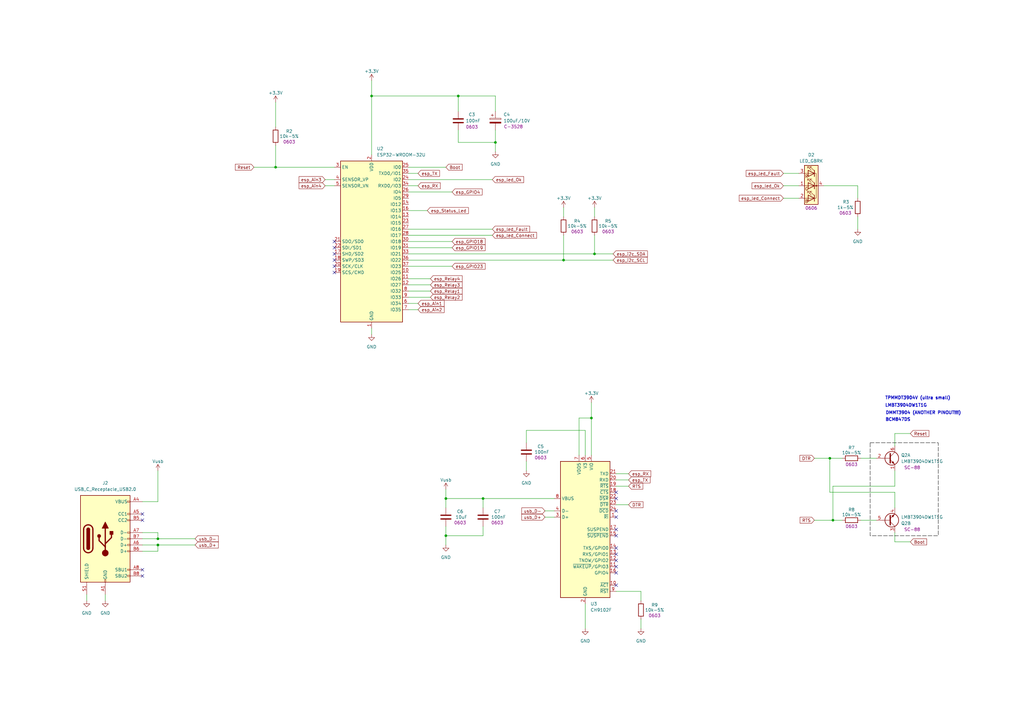
<source format=kicad_sch>
(kicad_sch (version 20250114) (generator "eeschema") (generator_version "9.0")
  (paper "A3")
  (lib_symbols
    (symbol "Connector:USB_C_Receptacle_USB2.0" (pin_names (offset 1.016))
      (property "Reference" "J" (at -10.16 19.05 0))
      (property "Value" "USB_C_Receptacle_USB2.0" (at 19.05 19.05 0))
      (symbol "USB_C_Receptacle_USB2.0_0_0"
        (rectangle (start -0.254 -17.78) (end 0.254 -16.764))
        (rectangle (start 10.16 15.494) (end 9.144 14.986))
        (rectangle (start 10.16 10.414) (end 9.144 9.906))
        (rectangle (start 10.16 7.874) (end 9.144 7.366))
        (rectangle (start 10.16 2.794) (end 9.144 2.286))
        (rectangle (start 10.16 0.254) (end 9.144 -0.254))
        (rectangle (start 10.16 -2.286) (end 9.144 -2.794))
        (rectangle (start 10.16 -4.826) (end 9.144 -5.334))
        (rectangle (start 10.16 -12.446) (end 9.144 -12.954))
        (rectangle (start 10.16 -14.986) (end 9.144 -15.494))
      )
      (symbol "USB_C_Receptacle_USB2.0_0_1"
        (rectangle (start -10.16 17.78) (end 10.16 -17.78) (stroke (width 0.254)) (fill (type background)))
        (polyline (pts (xy -8.89 -3.81) (xy -8.89 3.81)) (stroke (width 0.508)))
        (rectangle (start -7.62 -3.81) (end -6.35 3.81) (stroke (width 0.254)) (fill (type outline)))
        (arc (start -7.62 3.81) (mid -6.985 4.4423) (end -6.35 3.81) (stroke (width 0.254)))
        (arc (start -7.62 3.81) (mid -6.985 4.4423) (end -6.35 3.81) (stroke (width 0.254)) (fill (type outline)))
        (arc (start -8.89 3.81) (mid -6.985 5.7067) (end -5.08 3.81) (stroke (width 0.508)))
        (arc (start -5.08 -3.81) (mid -6.985 -5.7067) (end -8.89 -3.81) (stroke (width 0.508)))
        (arc (start -6.35 -3.81) (mid -6.985 -4.4423) (end -7.62 -3.81) (stroke (width 0.254)))
        (arc (start -6.35 -3.81) (mid -6.985 -4.4423) (end -7.62 -3.81) (stroke (width 0.254)) (fill (type outline)))
        (polyline (pts (xy -5.08 3.81) (xy -5.08 -3.81)) (stroke (width 0.508)))
        (circle (center -2.54 1.143) (radius 0.635) (stroke (width 0.254)) (fill (type outline)))
        (polyline (pts (xy -1.27 4.318) (xy 0 6.858) (xy 1.27 4.318) (xy -1.27 4.318)) (stroke (width 0.254)) (fill (type outline)))
        (polyline (pts (xy 0 -2.032) (xy 2.54 0.508) (xy 2.54 1.778)) (stroke (width 0.508)))
        (polyline (pts (xy 0 -3.302) (xy -2.54 -0.762) (xy -2.54 0.508)) (stroke (width 0.508)))
        (polyline (pts (xy 0 -5.842) (xy 0 4.318)) (stroke (width 0.508)))
        (circle (center 0 -5.842) (radius 1.27) (fill (type outline)))
        (rectangle (start 1.905 1.778) (end 3.175 3.048) (stroke (width 0.254)) (fill (type outline)))
      )
      (symbol "USB_C_Receptacle_USB2.0_1_1"
        (pin passive line (at -7.62 -22.86 90) (length 5.08) (name "SHIELD") (number "S1"))
        (pin passive line (at 0 -22.86 90) (length 5.08) (name "GND") (number "A1"))
        (pin passive line (at 0 -22.86 90) (length 5.08) (hide yes) (name "GND") (number "A12"))
        (pin passive line (at 0 -22.86 90) (length 5.08) (hide yes) (name "GND") (number "B1"))
        (pin passive line (at 0 -22.86 90) (length 5.08) (hide yes) (name "GND") (number "B12"))
        (pin passive line (at 15.24 15.24 180) (length 5.08) (name "VBUS") (number "A4"))
        (pin passive line (at 15.24 15.24 180) (length 5.08) (hide yes) (name "VBUS") (number "A9"))
        (pin passive line (at 15.24 15.24 180) (length 5.08) (hide yes) (name "VBUS") (number "B4"))
        (pin passive line (at 15.24 15.24 180) (length 5.08) (hide yes) (name "VBUS") (number "B9"))
        (pin bidirectional line (at 15.24 10.16 180) (length 5.08) (name "CC1") (number "A5"))
        (pin bidirectional line (at 15.24 7.62 180) (length 5.08) (name "CC2") (number "B5"))
        (pin bidirectional line (at 15.24 2.54 180) (length 5.08) (name "D-") (number "A7"))
        (pin bidirectional line (at 15.24 0 180) (length 5.08) (name "D-") (number "B7"))
        (pin bidirectional line (at 15.24 -2.54 180) (length 5.08) (name "D+") (number "A6"))
        (pin bidirectional line (at 15.24 -5.08 180) (length 5.08) (name "D+") (number "B6"))
        (pin bidirectional line (at 15.24 -12.7 180) (length 5.08) (name "SBU1") (number "A8"))
        (pin bidirectional line (at 15.24 -15.24 180) (length 5.08) (name "SBU2") (number "B8"))
      )
    )
    (symbol "Device:C" (pin_numbers (hide yes)) (pin_names (offset 0.254))
      (property "Reference" "C" (at 0.635 2.54 0))
      (property "Value" "C" (at 0.635 -2.54 0))
      (symbol "C_0_1"
        (polyline (pts (xy -2.032 0.762) (xy 2.032 0.762)) (stroke (width 0.508)))
        (polyline (pts (xy -2.032 -0.762) (xy 2.032 -0.762)) (stroke (width 0.508)))
      )
      (symbol "C_1_1"
        (pin passive line (at 0 3.81 270) (length 2.794) (name "~") (number "1"))
        (pin passive line (at 0 -3.81 90) (length 2.794) (name "~") (number "2"))
      )
    )
    (symbol "Device:C_Polarized" (pin_numbers (hide yes)) (pin_names (offset 0.254))
      (property "Reference" "C" (at 0.635 2.54 0))
      (property "Value" "C_Polarized" (at 0.635 -2.54 0))
      (symbol "C_Polarized_0_1"
        (rectangle (start -2.286 0.508) (end 2.286 1.016))
        (polyline (pts (xy -1.778 2.286) (xy -0.762 2.286)))
        (polyline (pts (xy -1.27 2.794) (xy -1.27 1.778)))
        (rectangle (start 2.286 -0.508) (end -2.286 -1.016) (fill (type outline)))
      )
      (symbol "C_Polarized_1_1"
        (pin passive line (at 0 3.81 270) (length 2.794) (name "~") (number "1"))
        (pin passive line (at 0 -3.81 90) (length 2.794) (name "~") (number "2"))
      )
    )
    (symbol "Device:LED_GBRK" (pin_names (offset 0) (hide yes))
      (property "Reference" "D" (at 0 9.398 0))
      (property "Value" "LED_GBRK" (at 0 -8.89 0))
      (symbol "LED_GBRK_0_0"
        (text "R" (at 1.905 3.81 0) (effects (font (size 1.27 1.27))))
        (text "G" (at 1.905 -1.27 0) (effects (font (size 1.27 1.27))))
        (text "B" (at 1.905 -6.35 0) (effects (font (size 1.27 1.27))))
      )
      (symbol "LED_GBRK_0_1"
        (circle (center -2.032 0) (radius 0.254) (fill (type outline)))
        (polyline (pts (xy -1.27 6.35) (xy -1.27 3.81)) (stroke (width 0.254)))
        (polyline (pts (xy -1.27 6.35) (xy -1.27 3.81) (xy -1.27 3.81)))
        (polyline (pts (xy -1.27 5.08) (xy 1.27 5.08)))
        (polyline (pts (xy -1.27 5.08) (xy -2.032 5.08) (xy -2.032 -5.08) (xy -1.016 -5.08)))
        (polyline (pts (xy -1.27 1.27) (xy -1.27 -1.27)) (stroke (width 0.254)))
        (polyline (pts (xy -1.27 1.27) (xy -1.27 -1.27) (xy -1.27 -1.27)))
        (polyline (pts (xy -1.27 0) (xy -2.54 0)))
        (polyline (pts (xy -1.27 -3.81) (xy -1.27 -6.35)) (stroke (width 0.254)))
        (polyline (pts (xy -1.27 -5.08) (xy 1.27 -5.08)))
        (polyline (pts (xy -1.016 6.35) (xy 0.508 7.874) (xy -0.254 7.874) (xy 0.508 7.874) (xy 0.508 7.112)))
        (polyline (pts (xy -1.016 1.27) (xy 0.508 2.794) (xy -0.254 2.794) (xy 0.508 2.794) (xy 0.508 2.032)))
        (polyline (pts (xy -1.016 -3.81) (xy 0.508 -2.286) (xy -0.254 -2.286) (xy 0.508 -2.286) (xy 0.508 -3.048)))
        (polyline (pts (xy 0 6.35) (xy 1.524 7.874) (xy 0.762 7.874) (xy 1.524 7.874) (xy 1.524 7.112)))
        (polyline (pts (xy 0 1.27) (xy 1.524 2.794) (xy 0.762 2.794) (xy 1.524 2.794) (xy 1.524 2.032)))
        (polyline (pts (xy 0 -3.81) (xy 1.524 -2.286) (xy 0.762 -2.286) (xy 1.524 -2.286) (xy 1.524 -3.048)))
        (polyline (pts (xy 1.27 6.35) (xy 1.27 3.81) (xy -1.27 5.08) (xy 1.27 6.35)) (stroke (width 0.254)))
        (rectangle (start 1.27 6.35) (end 1.27 6.35))
        (polyline (pts (xy 1.27 5.08) (xy 2.54 5.08)))
        (rectangle (start 1.27 3.81) (end 1.27 6.35))
        (polyline (pts (xy 1.27 1.27) (xy 1.27 -1.27) (xy -1.27 0) (xy 1.27 1.27)) (stroke (width 0.254)))
        (rectangle (start 1.27 1.27) (end 1.27 1.27))
        (polyline (pts (xy 1.27 0) (xy -1.27 0)))
        (polyline (pts (xy 1.27 0) (xy 2.54 0)))
        (rectangle (start 1.27 -1.27) (end 1.27 1.27))
        (polyline (pts (xy 1.27 -3.81) (xy 1.27 -6.35) (xy -1.27 -5.08) (xy 1.27 -3.81)) (stroke (width 0.254)))
        (polyline (pts (xy 1.27 -5.08) (xy 2.54 -5.08)))
        (rectangle (start 2.794 8.382) (end -2.794 -7.62) (stroke (width 0.254)) (fill (type background)))
      )
      (symbol "LED_GBRK_1_1"
        (pin passive line (at -5.08 0 0) (length 2.54) (name "K") (number "4"))
        (pin passive line (at 5.08 5.08 180) (length 2.54) (name "RA") (number "3"))
        (pin passive line (at 5.08 0 180) (length 2.54) (name "GA") (number "1"))
        (pin passive line (at 5.08 -5.08 180) (length 2.54) (name "BA") (number "2"))
      )
    )
    (symbol "Device:R" (pin_numbers (hide yes)) (pin_names (offset 0))
      (property "Reference" "R" (at 2.032 0 90))
      (property "Value" "R" (at 0 0 90))
      (symbol "R_0_1"
        (rectangle (start -1.016 -2.54) (end 1.016 2.54) (stroke (width 0.254)))
      )
      (symbol "R_1_1"
        (pin passive line (at 0 3.81 270) (length 1.27) (name "~") (number "1"))
        (pin passive line (at 0 -3.81 90) (length 1.27) (name "~") (number "2"))
      )
    )
    (symbol "Interface_USB:CH9102F"
      (property "Reference" "U" (at -8.89 29.21 0))
      (property "Value" "CH9102F" (at 12.7 29.21 0))
      (symbol "CH9102F_1_1"
        (rectangle (start -10.16 27.94) (end 10.16 -27.94) (stroke (width 0.254)) (fill (type background)))
        (pin input line (at -12.7 12.7 0) (length 2.54) (name "VBUS") (number "8"))
        (pin bidirectional line (at -12.7 7.62 0) (length 2.54) (name "D-") (number "4"))
        (pin bidirectional line (at -12.7 5.08 0) (length 2.54) (name "D+") (number "3"))
        (pin power_in line (at -2.54 30.48 270) (length 2.54) (name "VDD5") (number "7"))
        (pin power_out line (at 0 30.48 270) (length 2.54) (name "V3") (number "6"))
        (pin power_in line (at 0 -30.48 90) (length 2.54) (name "GND") (number "2"))
        (pin passive line (at 0 -30.48 90) (length 2.54) (hide yes) (name "GND") (number "25"))
        (pin power_in line (at 2.54 30.48 270) (length 2.54) (name "VIO") (number "5"))
        (pin output line (at 12.7 22.86 180) (length 2.54) (name "TXD") (number "21"))
        (pin input line (at 12.7 20.32 180) (length 2.54) (name "RXD") (number "20"))
        (pin output line (at 12.7 17.78 180) (length 2.54) (name "~{RTS}") (number "19"))
        (pin input line (at 12.7 15.24 180) (length 2.54) (name "~{CTS}") (number "18"))
        (pin input line (at 12.7 12.7 180) (length 2.54) (name "~{DSR}") (number "22"))
        (pin output line (at 12.7 10.16 180) (length 2.54) (name "~{DTR}") (number "23"))
        (pin input line (at 12.7 7.62 180) (length 2.54) (name "~{DCD}") (number "24"))
        (pin input line (at 12.7 5.08 180) (length 2.54) (name "~{RI}") (number "1"))
        (pin output line (at 12.7 0 180) (length 2.54) (name "SUSPEND") (number "17"))
        (pin output line (at 12.7 -2.54 180) (length 2.54) (name "~{SUSPEND}") (number "15"))
        (pin bidirectional line (at 12.7 -7.62 180) (length 2.54) (name "TXS/GPIO0") (number "14"))
        (pin bidirectional line (at 12.7 -10.16 180) (length 2.54) (name "RXS/GPIO1") (number "13"))
        (pin bidirectional line (at 12.7 -12.7 180) (length 2.54) (name "TNOW/GPIO2") (number "12"))
        (pin bidirectional line (at 12.7 -15.24 180) (length 2.54) (name "~{WAKEUP}/GPIO3") (number "11"))
        (pin bidirectional line (at 12.7 -17.78 180) (length 2.54) (name "GPIO4") (number "16"))
        (pin output line (at 12.7 -22.86 180) (length 2.54) (name "~{ACT}") (number "10"))
        (pin input line (at 12.7 -25.4 180) (length 2.54) (name "~{RST}") (number "9"))
      )
    )
    (symbol "RF_Module:ESP32-WROOM-32U"
      (property "Reference" "U" (at -12.7 34.29 0))
      (property "Value" "ESP32-WROOM-32U" (at 1.27 34.29 0))
      (symbol "ESP32-WROOM-32U_0_1"
        (rectangle (start -12.7 33.02) (end 12.7 -33.02) (stroke (width 0.254)) (fill (type background)))
      )
      (symbol "ESP32-WROOM-32U_1_1"
        (pin input line (at -15.24 30.48 0) (length 2.54) (name "EN") (number "3"))
        (pin input line (at -15.24 25.4 0) (length 2.54) (name "SENSOR_VP") (number "4"))
        (pin input line (at -15.24 22.86 0) (length 2.54) (name "SENSOR_VN") (number "5"))
        (pin bidirectional line (at -15.24 0 0) (length 2.54) (name "SDO/SD0") (number "21"))
        (pin bidirectional line (at -15.24 -2.54 0) (length 2.54) (name "SDI/SD1") (number "22"))
        (pin bidirectional line (at -15.24 -5.08 0) (length 2.54) (name "SHD/SD2") (number "17"))
        (pin bidirectional line (at -15.24 -7.62 0) (length 2.54) (name "SWP/SD3") (number "18"))
        (pin bidirectional line (at -15.24 -10.16 0) (length 2.54) (name "SCK/CLK") (number "20"))
        (pin bidirectional line (at -15.24 -12.7 0) (length 2.54) (name "SCS/CMD") (number "19"))
        (pin no_connect line (at -12.7 -27.94 0) (length 2.54) (hide yes) (name "NC") (number "32"))
        (pin power_in line (at 0 35.56 270) (length 2.54) (name "VDD") (number "2"))
        (pin power_in line (at 0 -35.56 90) (length 2.54) (name "GND") (number "1"))
        (pin passive line (at 0 -35.56 90) (length 2.54) (hide yes) (name "GND") (number "15"))
        (pin passive line (at 0 -35.56 90) (length 2.54) (hide yes) (name "GND") (number "38"))
        (pin passive line (at 0 -35.56 90) (length 2.54) (hide yes) (name "GND") (number "39"))
        (pin bidirectional line (at 15.24 30.48 180) (length 2.54) (name "IO0") (number "25"))
        (pin bidirectional line (at 15.24 27.94 180) (length 2.54) (name "TXD0/IO1") (number "35"))
        (pin bidirectional line (at 15.24 25.4 180) (length 2.54) (name "IO2") (number "24"))
        (pin bidirectional line (at 15.24 22.86 180) (length 2.54) (name "RXD0/IO3") (number "34"))
        (pin bidirectional line (at 15.24 20.32 180) (length 2.54) (name "IO4") (number "26"))
        (pin bidirectional line (at 15.24 17.78 180) (length 2.54) (name "IO5") (number "29"))
        (pin bidirectional line (at 15.24 15.24 180) (length 2.54) (name "IO12") (number "14"))
        (pin bidirectional line (at 15.24 12.7 180) (length 2.54) (name "IO13") (number "16"))
        (pin bidirectional line (at 15.24 10.16 180) (length 2.54) (name "IO14") (number "13"))
        (pin bidirectional line (at 15.24 7.62 180) (length 2.54) (name "IO15") (number "23"))
        (pin bidirectional line (at 15.24 5.08 180) (length 2.54) (name "IO16") (number "27"))
        (pin bidirectional line (at 15.24 2.54 180) (length 2.54) (name "IO17") (number "28"))
        (pin bidirectional line (at 15.24 0 180) (length 2.54) (name "IO18") (number "30"))
        (pin bidirectional line (at 15.24 -2.54 180) (length 2.54) (name "IO19") (number "31"))
        (pin bidirectional line (at 15.24 -5.08 180) (length 2.54) (name "IO21") (number "33"))
        (pin bidirectional line (at 15.24 -7.62 180) (length 2.54) (name "IO22") (number "36"))
        (pin bidirectional line (at 15.24 -10.16 180) (length 2.54) (name "IO23") (number "37"))
        (pin bidirectional line (at 15.24 -12.7 180) (length 2.54) (name "IO25") (number "10"))
        (pin bidirectional line (at 15.24 -15.24 180) (length 2.54) (name "IO26") (number "11"))
        (pin bidirectional line (at 15.24 -17.78 180) (length 2.54) (name "IO27") (number "12"))
        (pin bidirectional line (at 15.24 -20.32 180) (length 2.54) (name "IO32") (number "8"))
        (pin bidirectional line (at 15.24 -22.86 180) (length 2.54) (name "IO33") (number "9"))
        (pin input line (at 15.24 -25.4 180) (length 2.54) (name "IO34") (number "6"))
        (pin input line (at 15.24 -27.94 180) (length 2.54) (name "IO35") (number "7"))
      )
    )
    (symbol "Transistor_BJT:MMDT3904" (pin_names (offset 0) (hide yes))
      (property "Reference" "Q" (at 5.08 1.27 0))
      (property "Value" "MMDT3904" (at 5.08 -1.27 0))
      (symbol "MMDT3904_0_1"
        (polyline (pts (xy 0.635 1.905) (xy 0.635 -1.905) (xy 0.635 -1.905)) (stroke (width 0.508)))
        (polyline (pts (xy 0.635 0.635) (xy 2.54 2.54)))
        (polyline (pts (xy 0.635 0) (xy -2.54 0)))
        (polyline (pts (xy 0.635 -0.635) (xy 2.54 -2.54) (xy 2.54 -2.54)))
        (circle (center 1.27 0) (radius 2.8194) (stroke (width 0.254)))
        (polyline (pts (xy 1.27 -1.778) (xy 1.778 -1.27) (xy 2.286 -2.286) (xy 1.27 -1.778) (xy 1.27 -1.778)) (fill (type outline)))
      )
      (symbol "MMDT3904_1_1"
        (pin input line (at -5.08 0 0) (length 2.54) (name "B1") (number "2"))
        (pin passive line (at 2.54 5.08 270) (length 2.54) (name "C1") (number "6"))
        (pin passive line (at 2.54 -5.08 90) (length 2.54) (name "E1") (number "1"))
      )
      (symbol "MMDT3904_2_1"
        (pin input line (at -5.08 0 0) (length 2.54) (name "B2") (number "5"))
        (pin passive line (at 2.54 5.08 270) (length 2.54) (name "C2") (number "3"))
        (pin passive line (at 2.54 -5.08 90) (length 2.54) (name "E2") (number "4"))
      )
    )
    (symbol "power:+3.3V" (power) (pin_names (offset 0))
      (property "Value" "+3.3V" (at 0 3.556 0))
      (symbol "+3.3V_0_1"
        (polyline (pts (xy -0.762 1.27) (xy 0 2.54)))
        (polyline (pts (xy 0 2.54) (xy 0.762 1.27)))
        (polyline (pts (xy 0 0) (xy 0 2.54)))
      )
      (symbol "+3.3V_1_1"
        (pin power_in line (at 0 0 90) (length 0) (hide yes) (name "+3.3V") (number "1"))
      )
    )
    (symbol "power:+5VP" (power) (pin_names (offset 0))
      (property "Value" "+5VP" (at 0 3.556 0))
      (symbol "+5VP_0_1"
        (polyline (pts (xy -0.762 1.27) (xy 0 2.54)))
        (polyline (pts (xy 0 2.54) (xy 0.762 1.27)))
        (polyline (pts (xy 0 0) (xy 0 2.54)))
      )
      (symbol "+5VP_1_1"
        (pin power_in line (at 0 0 90) (length 0) (hide yes) (name "+5VP") (number "1"))
      )
    )
    (symbol "power:GND" (power) (pin_names (offset 0))
      (property "Value" "GND" (at 0 -3.81 0))
      (symbol "GND_0_1"
        (polyline (pts (xy 0 0) (xy 0 -1.27) (xy 1.27 -1.27) (xy 0 -2.54) (xy -1.27 -1.27) (xy 0 -1.27)))
      )
      (symbol "GND_1_1"
        (pin power_in line (at 0 0 270) (length 0) (hide yes) (name "GND") (number "1"))
      )
    )
  )
  (rectangle (start 356.87 181.61) (end 384.81 219.71) (stroke (width 0) (type dash) (color 0 0 0 1)))
  (text "LMBT3904DW1T1G" (at 371.602 166.37 0) (effects (font (size 1.27 1.27) (thickness 0.254) (bold yes))))
  (text "DMMT3904 (ANOTHER PINOUT!!!)" (at 378.714 169.418 0) (effects (font (size 1.27 1.27) (thickness 0.254) (bold yes))))
  (text "TPMMDT3904V (ultra small)" (at 376.428 163.322 0) (effects (font (size 1.27 1.27) (thickness 0.254) (bold yes))))
  (text "BCM847DS" (at 368.3 172.212 0) (effects (font (size 1.27 1.27) (thickness 0.254) (bold yes))))
  (junction (at 243.84 104.14))
  (junction (at 187.96 39.37))
  (junction (at 182.88 219.71))
  (junction (at 152.4 39.37))
  (junction (at 113.03 68.58))
  (junction (at 64.77 220.98))
  (junction (at 231.14 106.68))
  (junction (at 198.12 204.47))
  (junction (at 203.2 58.42))
  (junction (at 182.88 204.47))
  (junction (at 242.57 171.45))
  (junction (at 64.77 223.52))
  (junction (at 341.63 213.36))
  (junction (at 340.36 187.96))
  (no_connect (at 58.42 233.68))
  (no_connect (at 252.73 240.03))
  (no_connect (at 252.73 232.41))
  (no_connect (at 252.73 209.55))
  (no_connect (at 252.73 201.93))
  (no_connect (at 252.73 204.47))
  (no_connect (at 137.16 104.14))
  (no_connect (at 137.16 106.68))
  (no_connect (at 252.73 212.09))
  (no_connect (at 137.16 109.22))
  (no_connect (at 252.73 217.17))
  (no_connect (at 252.73 227.33))
  (no_connect (at 252.73 234.95))
  (no_connect (at 58.42 213.36))
  (no_connect (at 137.16 99.06))
  (no_connect (at 252.73 219.71))
  (no_connect (at 58.42 236.22))
  (no_connect (at 252.73 224.79))
  (no_connect (at 252.73 229.87))
  (no_connect (at 137.16 101.6))
  (no_connect (at 58.42 210.82))
  (no_connect (at 137.16 111.76))
  (wire (pts (xy 257.81 207.01) (xy 252.73 207.01)))
  (wire (pts (xy 215.9 189.23) (xy 215.9 193.04)))
  (wire (pts (xy 341.63 213.36) (xy 345.44 213.36)))
  (wire (pts (xy 104.14 68.58) (xy 113.03 68.58)))
  (wire (pts (xy 215.9 176.53) (xy 215.9 181.61)))
  (wire (pts (xy 321.31 81.28) (xy 327.66 81.28)))
  (wire (pts (xy 252.73 242.57) (xy 262.89 242.57)))
  (wire (pts (xy 176.53 114.3) (xy 167.64 114.3)))
  (wire (pts (xy 171.45 76.2) (xy 167.64 76.2)))
  (wire (pts (xy 251.46 104.14) (xy 243.84 104.14)))
  (wire (pts (xy 187.96 39.37) (xy 187.96 45.72)))
  (wire (pts (xy 58.42 226.06) (xy 64.77 226.06)))
  (wire (pts (xy 182.88 68.58) (xy 167.64 68.58)))
  (wire (pts (xy 198.12 219.71) (xy 182.88 219.71)))
  (wire (pts (xy 201.93 96.52) (xy 167.64 96.52)))
  (wire (pts (xy 198.12 215.9) (xy 198.12 219.71)))
  (wire (pts (xy 373.38 177.8) (xy 367.03 177.8)))
  (wire (pts (xy 201.93 93.98) (xy 167.64 93.98)))
  (wire (pts (xy 198.12 204.47) (xy 227.33 204.47)))
  (wire (pts (xy 367.03 201.93) (xy 340.36 201.93)))
  (wire (pts (xy 340.36 187.96) (xy 345.44 187.96)))
  (wire (pts (xy 64.77 223.52) (xy 80.01 223.52)))
  (wire (pts (xy 182.88 223.52) (xy 182.88 219.71)))
  (wire (pts (xy 334.01 213.36) (xy 341.63 213.36)))
  (wire (pts (xy 373.38 222.25) (xy 367.03 222.25)))
  (wire (pts (xy 152.4 33.02) (xy 152.4 39.37)))
  (wire (pts (xy 240.03 257.81) (xy 240.03 247.65)))
  (wire (pts (xy 262.89 257.81) (xy 262.89 254)))
  (wire (pts (xy 152.4 137.16) (xy 152.4 134.62)))
  (wire (pts (xy 243.84 104.14) (xy 167.64 104.14)))
  (wire (pts (xy 321.31 76.2) (xy 327.66 76.2)))
  (wire (pts (xy 367.03 193.04) (xy 367.03 199.39)))
  (wire (pts (xy 187.96 58.42) (xy 203.2 58.42)))
  (wire (pts (xy 240.03 186.69) (xy 240.03 176.53)))
  (wire (pts (xy 176.53 116.84) (xy 167.64 116.84)))
  (wire (pts (xy 231.14 106.68) (xy 167.64 106.68)))
  (wire (pts (xy 185.42 101.6) (xy 167.64 101.6)))
  (wire (pts (xy 201.93 73.66) (xy 167.64 73.66)))
  (wire (pts (xy 242.57 171.45) (xy 242.57 186.69)))
  (wire (pts (xy 351.79 76.2) (xy 351.79 81.28)))
  (wire (pts (xy 243.84 85.09) (xy 243.84 88.9)))
  (wire (pts (xy 203.2 62.23) (xy 203.2 58.42)))
  (wire (pts (xy 231.14 85.09) (xy 231.14 88.9)))
  (wire (pts (xy 176.53 121.92) (xy 167.64 121.92)))
  (wire (pts (xy 334.01 187.96) (xy 340.36 187.96)))
  (wire (pts (xy 203.2 45.72) (xy 203.2 39.37)))
  (wire (pts (xy 58.42 223.52) (xy 64.77 223.52)))
  (wire (pts (xy 182.88 219.71) (xy 182.88 215.9)))
  (wire (pts (xy 185.42 109.22) (xy 167.64 109.22)))
  (wire (pts (xy 367.03 199.39) (xy 341.63 199.39)))
  (wire (pts (xy 185.42 99.06) (xy 167.64 99.06)))
  (wire (pts (xy 223.52 209.55) (xy 227.33 209.55)))
  (wire (pts (xy 237.49 171.45) (xy 242.57 171.45)))
  (wire (pts (xy 198.12 204.47) (xy 198.12 208.28)))
  (wire (pts (xy 176.53 119.38) (xy 167.64 119.38)))
  (wire (pts (xy 182.88 208.28) (xy 182.88 204.47)))
  (wire (pts (xy 367.03 177.8) (xy 367.03 182.88)))
  (wire (pts (xy 257.81 199.39) (xy 252.73 199.39)))
  (wire (pts (xy 185.42 78.74) (xy 167.64 78.74)))
  (wire (pts (xy 58.42 220.98) (xy 64.77 220.98)))
  (wire (pts (xy 182.88 204.47) (xy 198.12 204.47)))
  (wire (pts (xy 251.46 106.68) (xy 231.14 106.68)))
  (wire (pts (xy 64.77 220.98) (xy 80.01 220.98)))
  (wire (pts (xy 43.18 246.38) (xy 43.18 243.84)))
  (wire (pts (xy 257.81 196.85) (xy 252.73 196.85)))
  (wire (pts (xy 223.52 212.09) (xy 227.33 212.09)))
  (wire (pts (xy 64.77 223.52) (xy 64.77 226.06)))
  (wire (pts (xy 231.14 96.52) (xy 231.14 106.68)))
  (wire (pts (xy 133.35 73.66) (xy 137.16 73.66)))
  (wire (pts (xy 321.31 71.12) (xy 327.66 71.12)))
  (wire (pts (xy 113.03 59.69) (xy 113.03 68.58)))
  (wire (pts (xy 152.4 39.37) (xy 152.4 63.5)))
  (wire (pts (xy 242.57 165.1) (xy 242.57 171.45)))
  (wire (pts (xy 240.03 176.53) (xy 215.9 176.53)))
  (wire (pts (xy 175.26 86.36) (xy 167.64 86.36)))
  (wire (pts (xy 133.35 76.2) (xy 137.16 76.2)))
  (wire (pts (xy 353.06 213.36) (xy 359.41 213.36)))
  (wire (pts (xy 64.77 218.44) (xy 64.77 220.98)))
  (wire (pts (xy 367.03 222.25) (xy 367.03 218.44)))
  (wire (pts (xy 341.63 199.39) (xy 341.63 213.36)))
  (wire (pts (xy 367.03 208.28) (xy 367.03 201.93)))
  (wire (pts (xy 171.45 124.46) (xy 167.64 124.46)))
  (wire (pts (xy 171.45 71.12) (xy 167.64 71.12)))
  (wire (pts (xy 340.36 201.93) (xy 340.36 187.96)))
  (wire (pts (xy 203.2 58.42) (xy 203.2 53.34)))
  (wire (pts (xy 64.77 205.74) (xy 64.77 193.04)))
  (wire (pts (xy 182.88 200.66) (xy 182.88 204.47)))
  (wire (pts (xy 58.42 205.74) (xy 64.77 205.74)))
  (wire (pts (xy 262.89 242.57) (xy 262.89 246.38)))
  (wire (pts (xy 58.42 218.44) (xy 64.77 218.44)))
  (wire (pts (xy 353.06 187.96) (xy 359.41 187.96)))
  (wire (pts (xy 187.96 39.37) (xy 152.4 39.37)))
  (wire (pts (xy 203.2 39.37) (xy 187.96 39.37)))
  (wire (pts (xy 257.81 194.31) (xy 252.73 194.31)))
  (wire (pts (xy 237.49 186.69) (xy 237.49 171.45)))
  (wire (pts (xy 351.79 88.9) (xy 351.79 93.98)))
  (wire (pts (xy 35.56 246.38) (xy 35.56 243.84)))
  (wire (pts (xy 337.82 76.2) (xy 351.79 76.2)))
  (wire (pts (xy 187.96 53.34) (xy 187.96 58.42)))
  (wire (pts (xy 113.03 68.58) (xy 137.16 68.58)))
  (wire (pts (xy 243.84 96.52) (xy 243.84 104.14)))
  (wire (pts (xy 113.03 41.91) (xy 113.03 52.07)))
  (wire (pts (xy 171.45 127) (xy 167.64 127)))
  (global_label "DTR" (shape input) (at 334.01 187.96 180) (property "Intersheetrefs" "${INTERSHEET_REFS}" (effects (hide yes))))
  (global_label "esp_Relay1" (shape input) (at 176.53 119.38 0) (property "Intersheetrefs" "${INTERSHEET_REFS}" (effects (hide yes))))
  (global_label "esp_led_Ok" (shape input) (at 321.31 76.2 180) (property "Intersheetrefs" "${INTERSHEET_REFS}" (effects (hide yes))))
  (global_label "esp_RX" (shape input) (at 257.81 194.31 0) (property "Intersheetrefs" "${INTERSHEET_REFS}" (effects (hide yes))))
  (global_label "esp_led_Fault" (shape input) (at 321.31 71.12 180) (property "Intersheetrefs" "${INTERSHEET_REFS}" (effects (hide yes))))
  (global_label "usb_D+" (shape input) (at 80.01 223.52 0) (property "Intersheetrefs" "${INTERSHEET_REFS}" (effects (hide yes))))
  (global_label "esp_led_Connect" (shape input) (at 321.31 81.28 180) (property "Intersheetrefs" "${INTERSHEET_REFS}" (effects (hide yes))))
  (global_label "Reset" (shape input) (at 373.38 177.8 0) (property "Intersheetrefs" "${INTERSHEET_REFS}" (effects (hide yes))))
  (global_label "Reset" (shape input) (at 104.14 68.58 180) (property "Intersheetrefs" "${INTERSHEET_REFS}" (effects (hide yes))))
  (global_label "Boot" (shape input) (at 373.38 222.25 0) (property "Intersheetrefs" "${INTERSHEET_REFS}" (effects (hide yes))))
  (global_label "esp_GPIO19" (shape input) (at 185.42 101.6 0) (property "Intersheetrefs" "${INTERSHEET_REFS}" (effects (hide yes))))
  (global_label "esp_led_Ok" (shape input) (at 201.93 73.66 0) (property "Intersheetrefs" "${INTERSHEET_REFS}" (effects (hide yes))))
  (global_label "esp_TX" (shape input) (at 171.45 71.12 0) (property "Intersheetrefs" "${INTERSHEET_REFS}" (effects (hide yes))))
  (global_label "esp_GPIO18" (shape input) (at 185.42 99.06 0) (property "Intersheetrefs" "${INTERSHEET_REFS}" (effects (hide yes))))
  (global_label "esp_Ain4" (shape input) (at 133.35 76.2 180) (property "Intersheetrefs" "${INTERSHEET_REFS}" (effects (hide yes))))
  (global_label "esp_Relay3" (shape input) (at 176.53 116.84 0) (property "Intersheetrefs" "${INTERSHEET_REFS}" (effects (hide yes))))
  (global_label "esp_GPIO23" (shape input) (at 185.42 109.22 0) (property "Intersheetrefs" "${INTERSHEET_REFS}" (effects (hide yes))))
  (global_label "esp_Relay2" (shape input) (at 176.53 121.92 0) (property "Intersheetrefs" "${INTERSHEET_REFS}" (effects (hide yes))))
  (global_label "esp_TX" (shape input) (at 257.81 196.85 0) (property "Intersheetrefs" "${INTERSHEET_REFS}" (effects (hide yes))))
  (global_label "esp_Status_Led" (shape input) (at 175.26 86.36 0) (property "Intersheetrefs" "${INTERSHEET_REFS}" (effects (hide yes))))
  (global_label "esp_i2c_SCL" (shape input) (at 251.46 106.68 0) (property "Intersheetrefs" "${INTERSHEET_REFS}" (effects (hide yes))))
  (global_label "Boot" (shape input) (at 182.88 68.58 0) (property "Intersheetrefs" "${INTERSHEET_REFS}" (effects (hide yes))))
  (global_label "esp_RX" (shape input) (at 171.45 76.2 0) (property "Intersheetrefs" "${INTERSHEET_REFS}" (effects (hide yes))))
  (global_label "esp_led_Fault" (shape input) (at 201.93 93.98 0) (property "Intersheetrefs" "${INTERSHEET_REFS}" (effects (hide yes))))
  (global_label "usb_D+" (shape input) (at 223.52 212.09 180) (property "Intersheetrefs" "${INTERSHEET_REFS}" (effects (hide yes))))
  (global_label "esp_i2c_SDA" (shape input) (at 251.46 104.14 0) (property "Intersheetrefs" "${INTERSHEET_REFS}" (effects (hide yes))))
  (global_label "esp_Ain3" (shape input) (at 133.35 73.66 180) (property "Intersheetrefs" "${INTERSHEET_REFS}" (effects (hide yes))))
  (global_label "esp_Ain1" (shape input) (at 171.45 124.46 0) (property "Intersheetrefs" "${INTERSHEET_REFS}" (effects (hide yes))))
  (global_label "esp_Ain2" (shape input) (at 171.45 127 0) (property "Intersheetrefs" "${INTERSHEET_REFS}" (effects (hide yes))))
  (global_label "RTS" (shape input) (at 334.01 213.36 180) (property "Intersheetrefs" "${INTERSHEET_REFS}" (effects (hide yes))))
  (global_label "esp_Relay4" (shape input) (at 176.53 114.3 0) (property "Intersheetrefs" "${INTERSHEET_REFS}" (effects (hide yes))))
  (global_label "usb_D-" (shape input) (at 80.01 220.98 0) (property "Intersheetrefs" "${INTERSHEET_REFS}" (effects (hide yes))))
  (global_label "usb_D-" (shape input) (at 223.52 209.55 180) (property "Intersheetrefs" "${INTERSHEET_REFS}" (effects (hide yes))))
  (global_label "esp_led_Connect" (shape input) (at 201.93 96.52 0) (property "Intersheetrefs" "${INTERSHEET_REFS}" (effects (hide yes))))
  (global_label "DTR" (shape input) (at 257.81 207.01 0) (property "Intersheetrefs" "${INTERSHEET_REFS}" (effects (hide yes))))
  (global_label "esp_GPIO4" (shape input) (at 185.42 78.74 0) (property "Intersheetrefs" "${INTERSHEET_REFS}" (effects (hide yes))))
  (global_label "RTS" (shape input) (at 257.81 199.39 0) (property "Intersheetrefs" "${INTERSHEET_REFS}" (effects (hide yes))))
  (symbol (lib_id "power:GND") (at 152.4 137.16 0) (unit 1)
    (property "Reference" "#PWR021" (effects (hide yes)))
    (property "Value" "GND" (at 152.4 142.24 0))
  )
  (symbol (lib_id "Device:C_Polarized") (at 203.2 49.53 0) (unit 1)
    (property "Reference" "C4" (at 206.502 46.99 0) (effects (justify left)))
    (property "Value" "100uF/10V" (at 206.502 49.53 0) (effects (justify left)))
    (property "Footprint" "Capacitor_Tantalum_SMD:CP_EIA-3528-21_Kemet-B" (effects (hide yes)))
    (property "Description" "Polarized capacitor" (effects (hide yes)))
    (property "LCSC part" "C122271" (effects (hide yes)))
    (property "Manufacturer" "Kemet" (effects (hide yes)))
    (property "Package" "C-3528" (at 210.566 51.9431 0))
  )
  (symbol (lib_id "power:GND") (at 240.03 257.81 0) (unit 1)
    (property "Reference" "#PWR030" (effects (hide yes)))
    (property "Value" "GND" (at 240.03 262.89 0))
  )
  (symbol (lib_id "Device:C") (at 198.12 212.09 180) (unit 1)
    (property "Reference" "C7" (at 203.962 209.804 0))
    (property "Value" "100nF" (at 204.47 212.09 0))
    (property "Footprint" "Capacitor_SMD:C_0603_1608Metric" (effects (hide yes)))
    (property "LCSC part" "C1591" (effects (hide yes)))
    (property "Manufacturer" "Samsung Electro-Mechanics" (effects (hide yes)))
    (property "Package" "0603" (at 203.962 214.376 0))
  )
  (symbol (lib_id "Connector:USB_C_Receptacle_USB2.0") (at 43.18 220.98 0) (unit 1)
    (property "Reference" "J2" (at 43.18 198.12 0))
    (property "Value" "USB_C_Receptacle_USB2.0" (at 43.18 200.66 0))
    (property "Footprint" "footprints:C3151749_USB_TYPE-C_Vertical" (effects (hide yes)))
    (property "Datasheet" "https://www.usb.org/sites/default/files/documents/usb_type-c.zip" (effects (hide yes)))
    (property "LCSC part" "C3151749" (effects (hide yes)))
    (property "Manufacturer" "SHOU HAN" (effects (hide yes)))
  )
  (symbol (lib_id "Transistor_BJT:MMDT3904") (at 364.49 187.96 0) (unit 1)
    (property "Reference" "Q2" (at 369.57 186.69 0) (effects (justify left)))
    (property "Value" "LMBT3904DW1T1G" (at 369.57 189.23 0) (effects (justify left)))
    (property "Footprint" "Package_TO_SOT_SMD:SOT-363_SC-70-6" (effects (hide yes)))
    (property "LCSC part" "C131781" (effects (hide yes)))
    (property "Manufacturer" "LRC" (effects (hide yes)))
    (property "Package" "SC-88" (at 374.142 191.77 0))
  )
  (symbol (lib_id "power:GND") (at 351.79 93.98 0) (unit 1)
    (property "Reference" "#PWR017" (effects (hide yes)))
    (property "Value" "GND" (at 351.79 99.06 0))
  )
  (symbol (lib_id "Device:R") (at 231.14 92.71 180) (unit 1)
    (property "Reference" "R4" (at 236.728 90.678 0))
    (property "Value" "10k-5%" (at 236.728 92.71 0))
    (property "Footprint" "Resistor_SMD:R_0603_1608Metric" (effects (hide yes)))
    (property "LCSC part" "C25804" (effects (hide yes)))
    (property "Manufacturer" "UNI-ROYAL(Uniroyal Elec)" (effects (hide yes)))
    (property "Package" "0603" (at 236.728 94.996 0))
  )
  (symbol (lib_id "Device:C") (at 215.9 185.42 180) (unit 1)
    (property "Reference" "C5" (at 221.742 183.134 0))
    (property "Value" "100nF" (at 222.25 185.42 0))
    (property "Footprint" "Capacitor_SMD:C_0603_1608Metric" (effects (hide yes)))
    (property "LCSC part" "C1591" (effects (hide yes)))
    (property "Manufacturer" "Samsung Electro-Mechanics" (effects (hide yes)))
    (property "Package" "0603" (at 221.742 187.706 0))
  )
  (symbol (lib_id "RF_Module:ESP32-WROOM-32U") (at 152.4 99.06 0) (unit 1)
    (property "Reference" "U2" (at 154.5433 60.96 0) (effects (justify left)))
    (property "Value" "ESP32-WROOM-32U" (at 154.5433 63.5 0) (effects (justify left)))
    (property "Footprint" "RF_Module:ESP32-WROOM-32U" (effects (hide yes)))
    (property "Datasheet" "https://www.espressif.com/sites/default/files/documentation/esp32-wroom-32d_esp32-wroom-32u_datasheet_en.pdf" (effects (hide yes)))
    (property "Description" "RF Module, ESP32-D0WD SoC, Wi-Fi 802.11b/g/n, Bluetooth, BLE, 32-bit, 2.7-3.6V, external antenna, SMD" (effects (hide yes)))
    (property "LCSC part" "C328062" (effects (hide yes)))
    (property "Manufacturer" "Espressif" (effects (hide yes)))
  )
  (symbol (lib_id "Device:R") (at 262.89 250.19 180) (unit 1)
    (property "Reference" "R9" (at 268.478 248.158 0))
    (property "Value" "10k-5%" (at 268.478 250.19 0))
    (property "Footprint" "Resistor_SMD:R_0603_1608Metric" (effects (hide yes)))
    (property "LCSC part" "C25804" (effects (hide yes)))
    (property "Manufacturer" "UNI-ROYAL(Uniroyal Elec)" (effects (hide yes)))
    (property "Package" "0603" (at 268.478 252.476 0))
  )
  (symbol (lib_id "power:+3.3V") (at 242.57 165.1 0) (unit 1)
    (property "Reference" "#PWR022" (effects (hide yes)))
    (property "Value" "+3.3V" (at 242.57 161.29 0))
  )
  (symbol (lib_id "power:+3.3V") (at 231.14 85.09 0) (unit 1)
    (property "Reference" "#PWR015" (effects (hide yes)))
    (property "Value" "+3.3V" (at 231.14 81.28 0))
  )
  (symbol (lib_id "power:+3.3V") (at 152.4 33.02 0) (unit 1)
    (property "Reference" "#PWR012" (effects (hide yes)))
    (property "Value" "+3.3V" (at 152.4 29.21 0))
  )
  (symbol (lib_id "Device:C") (at 187.96 49.53 180) (unit 1)
    (property "Reference" "C3" (at 193.548 46.99 0))
    (property "Value" "100nF" (at 194.056 49.53 0))
    (property "Footprint" "Capacitor_SMD:C_0603_1608Metric" (effects (hide yes)))
    (property "LCSC part" "C1591" (effects (hide yes)))
    (property "Manufacturer" "Samsung Electro-Mechanics" (effects (hide yes)))
    (property "Package" "0603" (at 193.548 52.07 0))
  )
  (symbol (lib_id "Device:R") (at 351.79 85.09 0) (mirror y) (unit 1)
    (property "Reference" "R3" (at 346.964 82.804 0))
    (property "Value" "1k-5%" (at 346.71 85.09 0))
    (property "Footprint" "Resistor_SMD:R_0603_1608Metric" (effects (hide yes)))
    (property "LCSC part" "C2907113" (effects (hide yes)))
    (property "Manufacturer" "FOJAN" (effects (hide yes)))
    (property "Package" "0603" (at 346.71 87.376 0))
  )
  (symbol (lib_id "Device:R") (at 113.03 55.88 180) (unit 1)
    (property "Reference" "R2" (at 118.618 53.848 0))
    (property "Value" "10k-5%" (at 118.618 55.88 0))
    (property "Footprint" "Resistor_SMD:R_0603_1608Metric" (effects (hide yes)))
    (property "LCSC part" "C25804" (effects (hide yes)))
    (property "Manufacturer" "UNI-ROYAL(Uniroyal Elec)" (effects (hide yes)))
    (property "Package" "0603" (at 118.618 58.166 0))
  )
  (symbol (lib_id "power:GND") (at 215.9 193.04 0) (unit 1)
    (property "Reference" "#PWR024" (effects (hide yes)))
    (property "Value" "GND" (at 215.9 198.12 0))
  )
  (symbol (lib_id "power:GND") (at 43.18 246.38 0) (unit 1)
    (property "Reference" "#PWR029" (effects (hide yes)))
    (property "Value" "GND" (at 43.18 251.46 0))
  )
  (symbol (lib_id "Device:R") (at 243.84 92.71 180) (unit 1)
    (property "Reference" "R5" (at 249.428 90.678 0))
    (property "Value" "10k-5%" (at 249.428 92.71 0))
    (property "Footprint" "Resistor_SMD:R_0603_1608Metric" (effects (hide yes)))
    (property "LCSC part" "C25804" (effects (hide yes)))
    (property "Manufacturer" "UNI-ROYAL(Uniroyal Elec)" (effects (hide yes)))
    (property "Package" "0603" (at 249.428 94.996 0))
  )
  (symbol (lib_id "power:GND") (at 262.89 257.81 0) (unit 1)
    (property "Reference" "#PWR031" (effects (hide yes)))
    (property "Value" "GND" (at 262.89 262.89 0))
  )
  (symbol (lib_id "Device:R") (at 349.25 187.96 270) (unit 1)
    (property "Reference" "R7" (at 349.25 183.642 90))
    (property "Value" "10k-5%" (at 349.25 185.674 90))
    (property "Footprint" "Resistor_SMD:R_0603_1608Metric" (effects (hide yes)))
    (property "LCSC part" "C25804" (effects (hide yes)))
    (property "Manufacturer" "UNI-ROYAL(Uniroyal Elec)" (effects (hide yes)))
    (property "Package" "0603" (at 349.25 190.5 90))
  )
  (symbol (lib_id "Device:C") (at 182.88 212.09 180) (unit 1)
    (property "Reference" "C6" (at 188.722 209.804 0))
    (property "Value" "10uF" (at 189.23 212.09 0))
    (property "Footprint" "Capacitor_SMD:C_0603_1608Metric" (effects (hide yes)))
    (property "LCSC part" "C19702" (effects (hide yes)))
    (property "Manufacturer" "Samsung Electro-Mechanics" (effects (hide yes)))
    (property "Package" "0603" (at 188.722 214.376 0))
  )
  (symbol (lib_id "power:+3.3V") (at 243.84 85.09 0) (unit 1)
    (property "Reference" "#PWR016" (effects (hide yes)))
    (property "Value" "+3.3V" (at 243.84 81.28 0))
  )
  (symbol (lib_id "Device:R") (at 349.25 213.36 270) (unit 1)
    (property "Reference" "R8" (at 349.25 209.042 90))
    (property "Value" "10k-5%" (at 349.25 211.074 90))
    (property "Footprint" "Resistor_SMD:R_0603_1608Metric" (effects (hide yes)))
    (property "LCSC part" "C25804" (effects (hide yes)))
    (property "Manufacturer" "UNI-ROYAL(Uniroyal Elec)" (effects (hide yes)))
    (property "Package" "0603" (at 349.25 215.9 90))
  )
  (symbol (lib_id "power:+3.3V") (at 113.03 41.91 0) (unit 1)
    (property "Reference" "#PWR013" (effects (hide yes)))
    (property "Value" "+3.3V" (at 113.03 38.1 0))
  )
  (symbol (lib_id "power:+5VP") (at 182.88 200.66 0) (unit 1)
    (property "Reference" "#PWR026" (effects (hide yes)))
    (property "Value" "Vusb" (at 182.88 196.85 0))
  )
  (symbol (lib_id "power:GND") (at 35.56 246.38 0) (unit 1)
    (property "Reference" "#PWR028" (effects (hide yes)))
    (property "Value" "GND" (at 35.56 251.46 0))
  )
  (symbol (lib_id "power:GND") (at 203.2 62.23 0) (unit 1)
    (property "Reference" "#PWR014" (effects (hide yes)))
    (property "Value" "GND" (at 203.2 67.31 0))
  )
  (symbol (lib_id "power:+5VP") (at 64.77 193.04 0) (unit 1)
    (property "Reference" "#PWR025" (effects (hide yes)))
    (property "Value" "Vusb" (at 64.77 189.23 0))
  )
  (symbol (lib_id "Device:LED_GBRK") (at 332.74 76.2 0) (mirror y) (unit 1)
    (property "Reference" "D2" (at 332.74 63.5 0))
    (property "Value" "LED_GBRK" (at 332.74 66.04 0))
    (property "Footprint" "footprints:C273611_RGB_Led_0606" (effects (hide yes)))
    (property "LCSC part" "C273611" (effects (hide yes)))
    (property "Manufacturer" "TOGIALED" (effects (hide yes)))
    (property "Package" "0606" (at 332.74 85.344 0))
  )
  (symbol (lib_id "Transistor_BJT:MMDT3904") (at 364.49 213.36 0) (mirror x) (unit 2)
    (property "Reference" "Q2" (at 369.57 214.63 0) (effects (justify left)))
    (property "Value" "LMBT3904DW1T1G" (at 369.57 212.09 0) (effects (justify left)))
    (property "Footprint" "Package_TO_SOT_SMD:SOT-363_SC-70-6" (effects (hide yes)))
    (property "LCSC part" "C131781" (effects (hide yes)))
    (property "Manufacturer" "LRC" (effects (hide yes)))
    (property "Package" "SC-88" (at 374.142 217.17 0))
  )
  (symbol (lib_id "Interface_USB:CH9102F") (at 240.03 217.17 0) (unit 1)
    (property "Reference" "U3" (at 242.1733 247.65 0) (effects (justify left)))
    (property "Value" "CH9102F" (at 242.1733 250.19 0) (effects (justify left)))
    (property "Footprint" "Package_DFN_QFN:QFN-24-1EP_4x4mm_P0.5mm_EP2.6x2.6mm" (effects (hide yes)))
    (property "Datasheet" "http://www.wch-ic.com/downloads/CH9102DS1_PDF.html" (effects (hide yes)))
    (property "Description" "WCH-IC, Single-Chip USB-to-UART Bridge, USB 2.0 Full-Speed, 4Mbps UART, QFN-24" (effects (hide yes)))
    (property "LCSC part" "C2858418" (effects (hide yes)))
    (property "Manufacturer" "WCH(Jiangsu Qin Heng)" (effects (hide yes)))
  )
  (symbol (lib_id "power:GND") (at 182.88 223.52 0) (unit 1)
    (property "Reference" "#PWR027" (effects (hide yes)))
    (property "Value" "GND" (at 182.88 228.6 0))
  )
)
</source>
